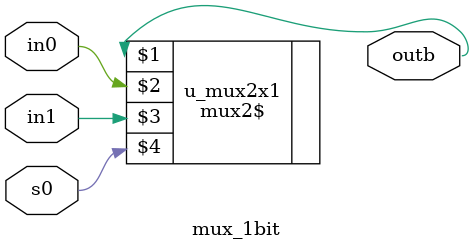
<source format=v>
module mux_1bit(outb, in0, in1, s0);

input in0, in1, s0;
output outb;

mux2$ u_mux2x1(outb, in0, in1, s0);

endmodule

</source>
